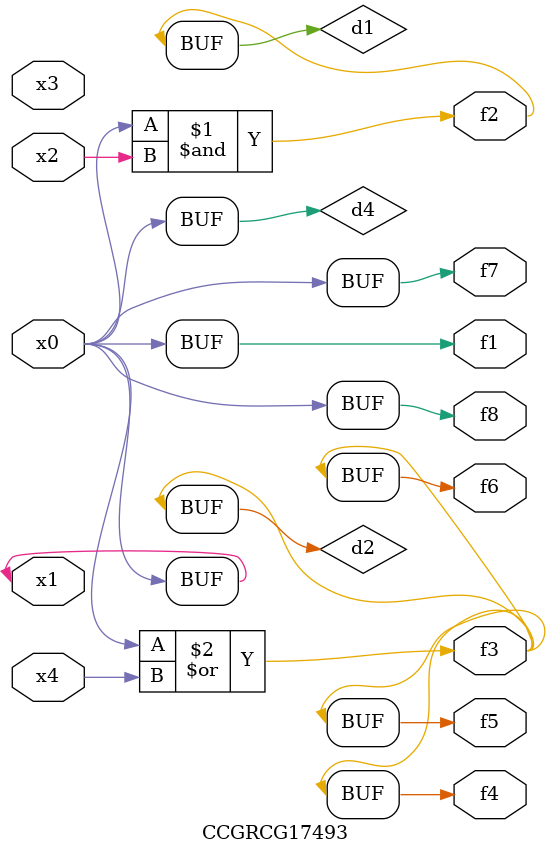
<source format=v>
module CCGRCG17493(
	input x0, x1, x2, x3, x4,
	output f1, f2, f3, f4, f5, f6, f7, f8
);

	wire d1, d2, d3, d4;

	and (d1, x0, x2);
	or (d2, x0, x4);
	nand (d3, x0, x2);
	buf (d4, x0, x1);
	assign f1 = d4;
	assign f2 = d1;
	assign f3 = d2;
	assign f4 = d2;
	assign f5 = d2;
	assign f6 = d2;
	assign f7 = d4;
	assign f8 = d4;
endmodule

</source>
